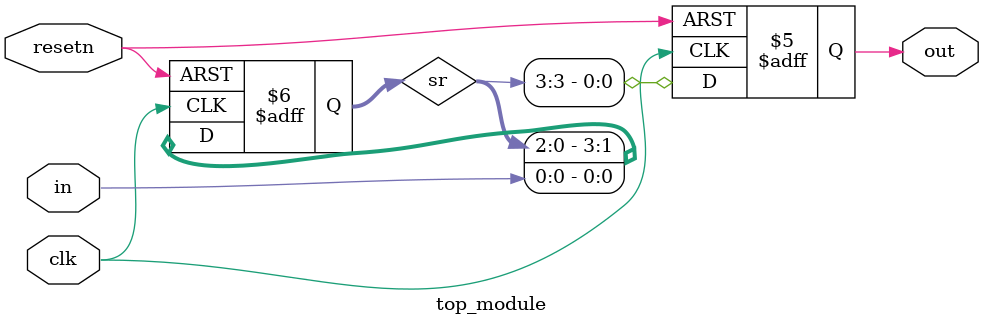
<source format=sv>
module top_module (
	input clk,
	input resetn,
	input in,
	output reg out
);
    reg [3:0] sr;

    always @(posedge clk or negedge resetn) begin
        if (!resetn)
            sr <= 4'b0000;
        else
            sr <= {sr[2:0], in};
    end

    always @(posedge clk or negedge resetn) begin
        if (!resetn)
            out <= 1'b0;
        else
            out <= sr[3];
    end
endmodule

</source>
